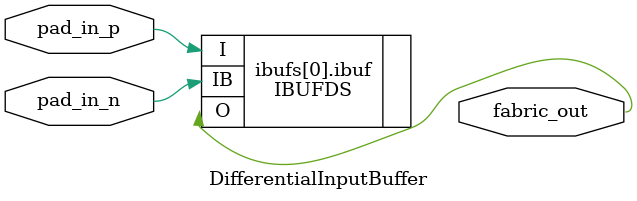
<source format=v>
`timescale 1ns / 1ps
/***********************************************************************************************************************
*                                                                                                                      *
* ANTIKERNEL v0.1                                                                                                      *
*                                                                                                                      *
* Copyright (c) 2012-2018 Andrew D. Zonenberg                                                                          *
* All rights reserved.                                                                                                 *
*                                                                                                                      *
* Redistribution and use in source and binary forms, with or without modification, are permitted provided that the     *
* following conditions are met:                                                                                        *
*                                                                                                                      *
*    * Redistributions of source code must retain the above copyright notice, this list of conditions, and the         *
*      following disclaimer.                                                                                           *
*                                                                                                                      *
*    * Redistributions in binary form must reproduce the above copyright notice, this list of conditions and the       *
*      following disclaimer in the documentation and/or other materials provided with the distribution.                *
*                                                                                                                      *
*    * Neither the name of the author nor the names of any contributors may be used to endorse or promote products     *
*      derived from this software without specific prior written permission.                                           *
*                                                                                                                      *
* THIS SOFTWARE IS PROVIDED BY THE AUTHORS "AS IS" AND ANY EXPRESS OR IMPLIED WARRANTIES, INCLUDING, BUT NOT LIMITED   *
* TO, THE IMPLIED WARRANTIES OF MERCHANTABILITY AND FITNESS FOR A PARTICULAR PURPOSE ARE DISCLAIMED. IN NO EVENT SHALL *
* THE AUTHORS BE HELD LIABLE FOR ANY DIRECT, INDIRECT, INCIDENTAL, SPECIAL, EXEMPLARY, OR CONSEQUENTIAL DAMAGES        *
* (INCLUDING, BUT NOT LIMITED TO, PROCUREMENT OF SUBSTITUTE GOODS OR SERVICES; LOSS OF USE, DATA, OR PROFITS; OR       *
* BUSINESS INTERRUPTION) HOWEVER CAUSED AND ON ANY THEORY OF LIABILITY, WHETHER IN CONTRACT, STRICT LIABILITY, OR TORT *
* (INCLUDING NEGLIGENCE OR OTHERWISE) ARISING IN ANY WAY OUT OF THE USE OF THIS SOFTWARE, EVEN IF ADVISED OF THE       *
* POSSIBILITY OF SUCH DAMAGE.                                                                                          *
*                                                                                                                      *
***********************************************************************************************************************/

/**
	@file
	@author Andrew D. Zonenberg
	@brief Ganged collection of differential input buffers for a parallel input bus
 */
module DifferentialInputBuffer #(
	parameter WIDTH 		= 1,
	parameter IOSTANDARD 	= "LVDS",
	parameter ODT 			= 1,					//enable on-die termination
	parameter OPTIMIZE		= "SPEED"				//"SPEED" or "POWER", not supported in all devices
)(
	input wire[WIDTH-1:0]	pad_in_p,
	input wire[WIDTH-1:0]	pad_in_n,
	output wire[WIDTH-1:0]	fabric_out
);

	////////////////////////////////////////////////////////////////////////////////////////////////
	// The buffer array
	
	initial begin
		if( (OPTIMIZE == "SPEED") || (OPTIMIZE == "POWER") ) begin
		end
		
		else begin
			//Invalid speed/power combo
			//TODO: better way to abort in vivado?
			while(1) $finish;
		end
	end
	
	genvar g;
	for(g=0; g<WIDTH; g=g+1) begin : ibufs
	
		IBUFDS #(
			.IOSTANDARD(IOSTANDARD),
			.IBUF_LOW_PWR(OPTIMIZE == "POWER" ? "TRUE" : "FALSE"),
			.DIFF_TERM(ODT ? "TRUE" : "FALSE")
		) ibuf (
			.I(pad_in_p[g]),
			.IB(pad_in_n[g]),
			.O(fabric_out[g])
		);
		
	end

endmodule

</source>
